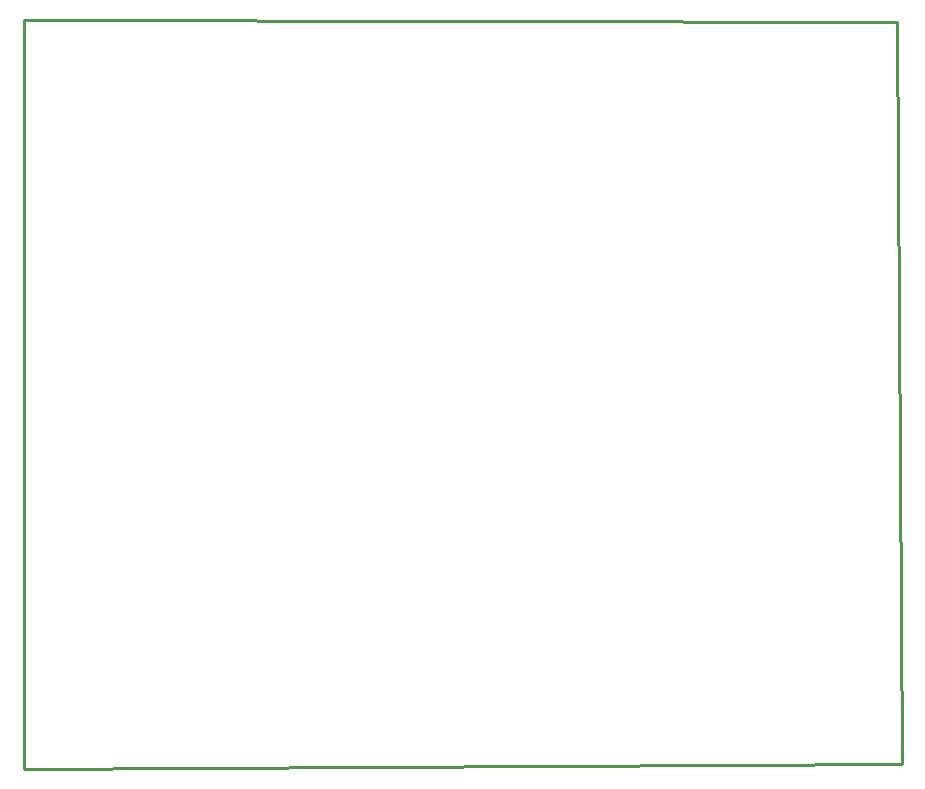
<source format=gko>
G04*
G04 #@! TF.GenerationSoftware,Altium Limited,Altium Designer,23.10.1 (27)*
G04*
G04 Layer_Color=16711935*
%FSLAX25Y25*%
%MOIN*%
G70*
G04*
G04 #@! TF.SameCoordinates,35A5512B-BB22-45A0-ACD4-C44AAE3452D1*
G04*
G04*
G04 #@! TF.FilePolarity,Positive*
G04*
G01*
G75*
%ADD10C,0.01000*%
D10*
X0Y249500D02*
X7000D01*
X0Y0D02*
Y249500D01*
X7000D02*
X291312Y248956D01*
X292812Y1464D01*
X0Y0D02*
X292812Y1464D01*
M02*

</source>
